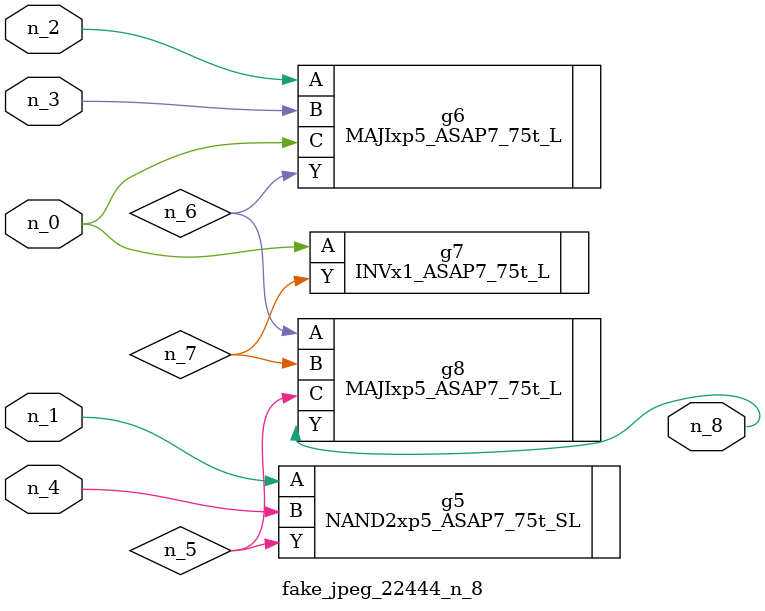
<source format=v>
module fake_jpeg_22444_n_8 (n_3, n_2, n_1, n_0, n_4, n_8);

input n_3;
input n_2;
input n_1;
input n_0;
input n_4;

output n_8;

wire n_6;
wire n_5;
wire n_7;

NAND2xp5_ASAP7_75t_SL g5 ( 
.A(n_1),
.B(n_4),
.Y(n_5)
);

MAJIxp5_ASAP7_75t_L g6 ( 
.A(n_2),
.B(n_3),
.C(n_0),
.Y(n_6)
);

INVx1_ASAP7_75t_L g7 ( 
.A(n_0),
.Y(n_7)
);

MAJIxp5_ASAP7_75t_L g8 ( 
.A(n_6),
.B(n_7),
.C(n_5),
.Y(n_8)
);


endmodule
</source>
